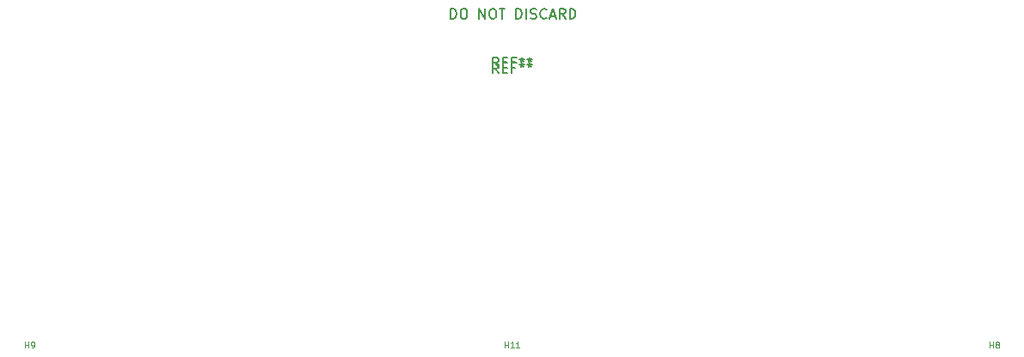
<source format=gbr>
%TF.GenerationSoftware,KiCad,Pcbnew,(5.99.0-10004-g132ec37b56)*%
%TF.CreationDate,2021-06-28T18:31:09+02:00*%
%TF.ProjectId,demo,64656d6f-2e6b-4696-9361-645f70636258,rev?*%
%TF.SameCoordinates,Original*%
%TF.FileFunction,Legend,Top*%
%TF.FilePolarity,Positive*%
%FSLAX46Y46*%
G04 Gerber Fmt 4.6, Leading zero omitted, Abs format (unit mm)*
G04 Created by KiCad (PCBNEW (5.99.0-10004-g132ec37b56)) date 2021-06-28 18:31:09*
%MOMM*%
%LPD*%
G01*
G04 APERTURE LIST*
%ADD10C,0.100000*%
%ADD11C,0.150000*%
G04 APERTURE END LIST*
D10*
%TO.C,H9*%
X156792857Y-124621428D02*
X156792857Y-124021428D01*
X156792857Y-124307142D02*
X157135714Y-124307142D01*
X157135714Y-124621428D02*
X157135714Y-124021428D01*
X157450000Y-124621428D02*
X157564285Y-124621428D01*
X157621428Y-124592857D01*
X157650000Y-124564285D01*
X157707142Y-124478571D01*
X157735714Y-124364285D01*
X157735714Y-124135714D01*
X157707142Y-124078571D01*
X157678571Y-124050000D01*
X157621428Y-124021428D01*
X157507142Y-124021428D01*
X157450000Y-124050000D01*
X157421428Y-124078571D01*
X157392857Y-124135714D01*
X157392857Y-124278571D01*
X157421428Y-124335714D01*
X157450000Y-124364285D01*
X157507142Y-124392857D01*
X157621428Y-124392857D01*
X157678571Y-124364285D01*
X157707142Y-124335714D01*
X157735714Y-124278571D01*
D11*
%TO.C,REF\u002A\u002A*%
X203416666Y-96952380D02*
X203083333Y-96476190D01*
X202845238Y-96952380D02*
X202845238Y-95952380D01*
X203226190Y-95952380D01*
X203321428Y-96000000D01*
X203369047Y-96047619D01*
X203416666Y-96142857D01*
X203416666Y-96285714D01*
X203369047Y-96380952D01*
X203321428Y-96428571D01*
X203226190Y-96476190D01*
X202845238Y-96476190D01*
X203845238Y-96428571D02*
X204178571Y-96428571D01*
X204321428Y-96952380D02*
X203845238Y-96952380D01*
X203845238Y-95952380D01*
X204321428Y-95952380D01*
X205083333Y-96428571D02*
X204750000Y-96428571D01*
X204750000Y-96952380D02*
X204750000Y-95952380D01*
X205226190Y-95952380D01*
X205750000Y-95952380D02*
X205750000Y-96190476D01*
X205511904Y-96095238D02*
X205750000Y-96190476D01*
X205988095Y-96095238D01*
X205607142Y-96380952D02*
X205750000Y-96190476D01*
X205892857Y-96380952D01*
X206511904Y-95952380D02*
X206511904Y-96190476D01*
X206273809Y-96095238D02*
X206511904Y-96190476D01*
X206750000Y-96095238D01*
X206369047Y-96380952D02*
X206511904Y-96190476D01*
X206654761Y-96380952D01*
X198730952Y-92152380D02*
X198730952Y-91152380D01*
X198969047Y-91152380D01*
X199111904Y-91200000D01*
X199207142Y-91295238D01*
X199254761Y-91390476D01*
X199302380Y-91580952D01*
X199302380Y-91723809D01*
X199254761Y-91914285D01*
X199207142Y-92009523D01*
X199111904Y-92104761D01*
X198969047Y-92152380D01*
X198730952Y-92152380D01*
X199921428Y-91152380D02*
X200111904Y-91152380D01*
X200207142Y-91200000D01*
X200302380Y-91295238D01*
X200350000Y-91485714D01*
X200350000Y-91819047D01*
X200302380Y-92009523D01*
X200207142Y-92104761D01*
X200111904Y-92152380D01*
X199921428Y-92152380D01*
X199826190Y-92104761D01*
X199730952Y-92009523D01*
X199683333Y-91819047D01*
X199683333Y-91485714D01*
X199730952Y-91295238D01*
X199826190Y-91200000D01*
X199921428Y-91152380D01*
X201540476Y-92152380D02*
X201540476Y-91152380D01*
X202111904Y-92152380D01*
X202111904Y-91152380D01*
X202778571Y-91152380D02*
X202969047Y-91152380D01*
X203064285Y-91200000D01*
X203159523Y-91295238D01*
X203207142Y-91485714D01*
X203207142Y-91819047D01*
X203159523Y-92009523D01*
X203064285Y-92104761D01*
X202969047Y-92152380D01*
X202778571Y-92152380D01*
X202683333Y-92104761D01*
X202588095Y-92009523D01*
X202540476Y-91819047D01*
X202540476Y-91485714D01*
X202588095Y-91295238D01*
X202683333Y-91200000D01*
X202778571Y-91152380D01*
X203492857Y-91152380D02*
X204064285Y-91152380D01*
X203778571Y-92152380D02*
X203778571Y-91152380D01*
X205159523Y-92152380D02*
X205159523Y-91152380D01*
X205397619Y-91152380D01*
X205540476Y-91200000D01*
X205635714Y-91295238D01*
X205683333Y-91390476D01*
X205730952Y-91580952D01*
X205730952Y-91723809D01*
X205683333Y-91914285D01*
X205635714Y-92009523D01*
X205540476Y-92104761D01*
X205397619Y-92152380D01*
X205159523Y-92152380D01*
X206159523Y-92152380D02*
X206159523Y-91152380D01*
X206588095Y-92104761D02*
X206730952Y-92152380D01*
X206969047Y-92152380D01*
X207064285Y-92104761D01*
X207111904Y-92057142D01*
X207159523Y-91961904D01*
X207159523Y-91866666D01*
X207111904Y-91771428D01*
X207064285Y-91723809D01*
X206969047Y-91676190D01*
X206778571Y-91628571D01*
X206683333Y-91580952D01*
X206635714Y-91533333D01*
X206588095Y-91438095D01*
X206588095Y-91342857D01*
X206635714Y-91247619D01*
X206683333Y-91200000D01*
X206778571Y-91152380D01*
X207016666Y-91152380D01*
X207159523Y-91200000D01*
X208159523Y-92057142D02*
X208111904Y-92104761D01*
X207969047Y-92152380D01*
X207873809Y-92152380D01*
X207730952Y-92104761D01*
X207635714Y-92009523D01*
X207588095Y-91914285D01*
X207540476Y-91723809D01*
X207540476Y-91580952D01*
X207588095Y-91390476D01*
X207635714Y-91295238D01*
X207730952Y-91200000D01*
X207873809Y-91152380D01*
X207969047Y-91152380D01*
X208111904Y-91200000D01*
X208159523Y-91247619D01*
X208540476Y-91866666D02*
X209016666Y-91866666D01*
X208445238Y-92152380D02*
X208778571Y-91152380D01*
X209111904Y-92152380D01*
X210016666Y-92152380D02*
X209683333Y-91676190D01*
X209445238Y-92152380D02*
X209445238Y-91152380D01*
X209826190Y-91152380D01*
X209921428Y-91200000D01*
X209969047Y-91247619D01*
X210016666Y-91342857D01*
X210016666Y-91485714D01*
X209969047Y-91580952D01*
X209921428Y-91628571D01*
X209826190Y-91676190D01*
X209445238Y-91676190D01*
X210445238Y-92152380D02*
X210445238Y-91152380D01*
X210683333Y-91152380D01*
X210826190Y-91200000D01*
X210921428Y-91295238D01*
X210969047Y-91390476D01*
X211016666Y-91580952D01*
X211016666Y-91723809D01*
X210969047Y-91914285D01*
X210921428Y-92009523D01*
X210826190Y-92104761D01*
X210683333Y-92152380D01*
X210445238Y-92152380D01*
D10*
%TO.C,H11*%
X204007142Y-124621428D02*
X204007142Y-124021428D01*
X204007142Y-124307142D02*
X204350000Y-124307142D01*
X204350000Y-124621428D02*
X204350000Y-124021428D01*
X204950000Y-124621428D02*
X204607142Y-124621428D01*
X204778571Y-124621428D02*
X204778571Y-124021428D01*
X204721428Y-124107142D01*
X204664285Y-124164285D01*
X204607142Y-124192857D01*
X205521428Y-124621428D02*
X205178571Y-124621428D01*
X205350000Y-124621428D02*
X205350000Y-124021428D01*
X205292857Y-124107142D01*
X205235714Y-124164285D01*
X205178571Y-124192857D01*
D11*
%TO.C,REF\u002A\u002A*%
X203416666Y-97502380D02*
X203083333Y-97026190D01*
X202845238Y-97502380D02*
X202845238Y-96502380D01*
X203226190Y-96502380D01*
X203321428Y-96550000D01*
X203369047Y-96597619D01*
X203416666Y-96692857D01*
X203416666Y-96835714D01*
X203369047Y-96930952D01*
X203321428Y-96978571D01*
X203226190Y-97026190D01*
X202845238Y-97026190D01*
X203845238Y-96978571D02*
X204178571Y-96978571D01*
X204321428Y-97502380D02*
X203845238Y-97502380D01*
X203845238Y-96502380D01*
X204321428Y-96502380D01*
X205083333Y-96978571D02*
X204750000Y-96978571D01*
X204750000Y-97502380D02*
X204750000Y-96502380D01*
X205226190Y-96502380D01*
X205750000Y-96502380D02*
X205750000Y-96740476D01*
X205511904Y-96645238D02*
X205750000Y-96740476D01*
X205988095Y-96645238D01*
X205607142Y-96930952D02*
X205750000Y-96740476D01*
X205892857Y-96930952D01*
X206511904Y-96502380D02*
X206511904Y-96740476D01*
X206273809Y-96645238D02*
X206511904Y-96740476D01*
X206750000Y-96645238D01*
X206369047Y-96930952D02*
X206511904Y-96740476D01*
X206654761Y-96930952D01*
D10*
%TO.C,H8*%
X251792857Y-124621428D02*
X251792857Y-124021428D01*
X251792857Y-124307142D02*
X252135714Y-124307142D01*
X252135714Y-124621428D02*
X252135714Y-124021428D01*
X252507142Y-124278571D02*
X252450000Y-124250000D01*
X252421428Y-124221428D01*
X252392857Y-124164285D01*
X252392857Y-124135714D01*
X252421428Y-124078571D01*
X252450000Y-124050000D01*
X252507142Y-124021428D01*
X252621428Y-124021428D01*
X252678571Y-124050000D01*
X252707142Y-124078571D01*
X252735714Y-124135714D01*
X252735714Y-124164285D01*
X252707142Y-124221428D01*
X252678571Y-124250000D01*
X252621428Y-124278571D01*
X252507142Y-124278571D01*
X252450000Y-124307142D01*
X252421428Y-124335714D01*
X252392857Y-124392857D01*
X252392857Y-124507142D01*
X252421428Y-124564285D01*
X252450000Y-124592857D01*
X252507142Y-124621428D01*
X252621428Y-124621428D01*
X252678571Y-124592857D01*
X252707142Y-124564285D01*
X252735714Y-124507142D01*
X252735714Y-124392857D01*
X252707142Y-124335714D01*
X252678571Y-124307142D01*
X252621428Y-124278571D01*
%TD*%
M02*

</source>
